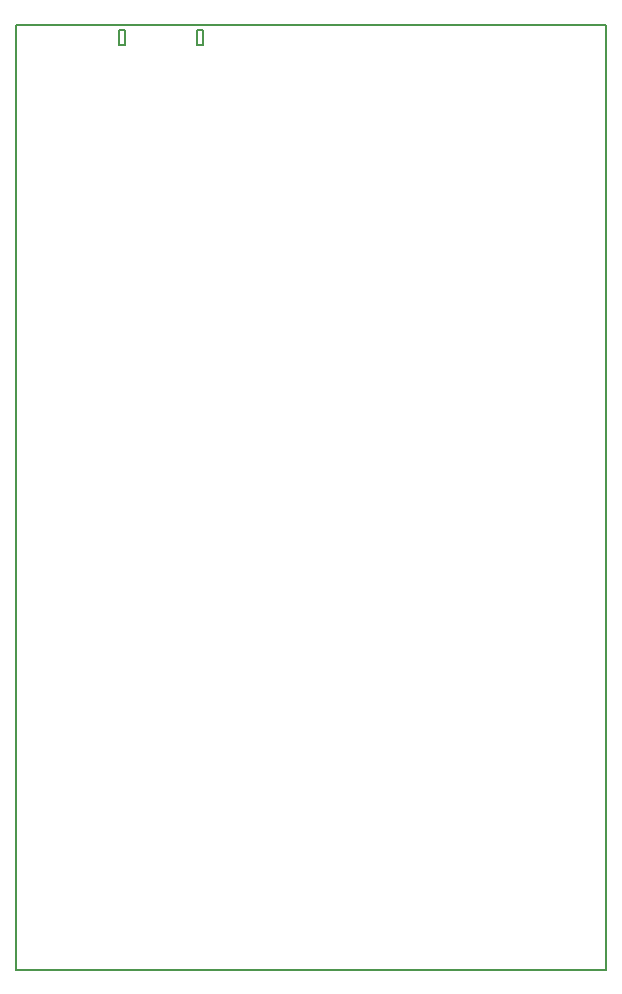
<source format=gm1>
G04 DipTrace 2.4.0.2*
%INtsunami.outline.gm1*%
%MOIN*%
%ADD11C,0.0055*%
%FSLAX44Y44*%
G04*
G70*
G90*
G75*
G01*
%LNBoardOutline*%
%LPD*%
X3937Y3937D2*
D11*
X23622D1*
Y35433D1*
X3937D1*
Y3937D1*
X7375Y35250D2*
X7593D1*
Y34750D1*
X7375D1*
Y35250D1*
X9968D2*
X10187D1*
Y34750D1*
X9968D1*
Y35250D1*
M02*

</source>
